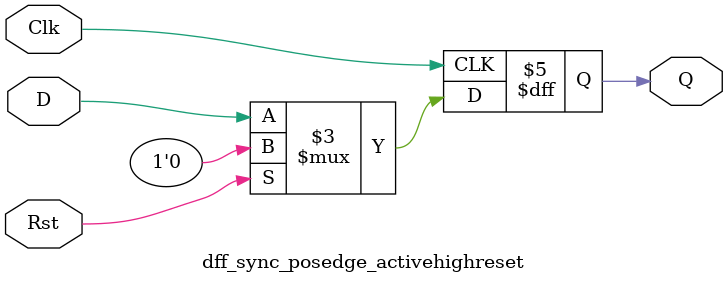
<source format=v>
module dff_sync_posedge_activehighreset(Q,D,Clk,Rst);

input D, Clk, Rst;
output reg Q;

always@(posedge Clk) //Synchronous because only updates with clock edge.
        if(Rst)
                Q <= 1'b0;
        else
                Q <= D;

endmodule
</source>
